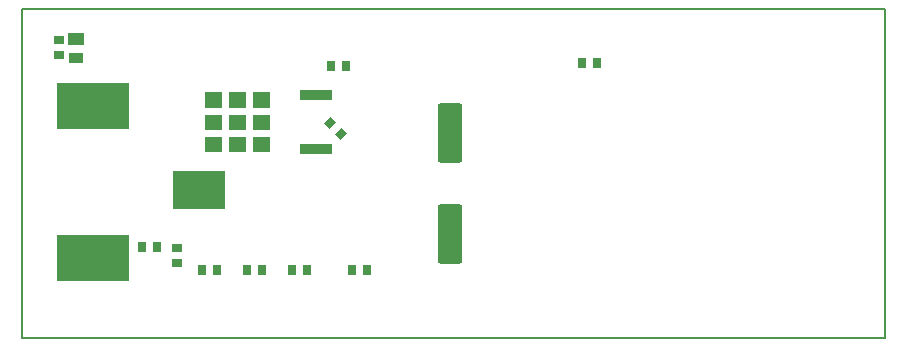
<source format=gtp>
G04 Layer_Color=8421504*
%FSLAX24Y24*%
%MOIN*%
G70*
G01*
G75*
%ADD10R,0.0319X0.0280*%
%ADD11R,0.0512X0.0374*%
%ADD12R,0.0520X0.0386*%
%ADD13R,0.0280X0.0319*%
G04:AMPARAMS|DCode=14|XSize=31.9mil|YSize=28mil|CornerRadius=0mil|HoleSize=0mil|Usage=FLASHONLY|Rotation=45.000|XOffset=0mil|YOffset=0mil|HoleType=Round|Shape=Rectangle|*
%AMROTATEDRECTD14*
4,1,4,-0.0014,-0.0212,-0.0212,-0.0014,0.0014,0.0212,0.0212,0.0014,-0.0014,-0.0212,0.0*
%
%ADD14ROTATEDRECTD14*%

G04:AMPARAMS|DCode=15|XSize=199.2mil|YSize=83.1mil|CornerRadius=10.4mil|HoleSize=0mil|Usage=FLASHONLY|Rotation=270.000|XOffset=0mil|YOffset=0mil|HoleType=Round|Shape=RoundedRectangle|*
%AMROUNDEDRECTD15*
21,1,0.1992,0.0623,0,0,270.0*
21,1,0.1784,0.0831,0,0,270.0*
1,1,0.0208,-0.0312,-0.0892*
1,1,0.0208,-0.0312,0.0892*
1,1,0.0208,0.0312,0.0892*
1,1,0.0208,0.0312,-0.0892*
%
%ADD15ROUNDEDRECTD15*%
%ADD17R,0.1114X0.0382*%
%ADD18R,0.2441X0.1535*%
%ADD19R,0.1732X0.1299*%
%ADD21C,0.0050*%
G36*
X18268Y16187D02*
X17693D01*
Y16703D01*
X18268D01*
Y16187D01*
D02*
G37*
G36*
X16669Y16927D02*
X16094D01*
Y17443D01*
X16669D01*
Y16927D01*
D02*
G37*
G36*
Y16187D02*
X16094D01*
Y16703D01*
X16669D01*
Y16187D01*
D02*
G37*
G36*
X17469D02*
X16894D01*
Y16703D01*
X17469D01*
Y16187D01*
D02*
G37*
G36*
Y16927D02*
X16894D01*
Y17443D01*
X17469D01*
Y16927D01*
D02*
G37*
G36*
Y17667D02*
X16894D01*
Y18183D01*
X17469D01*
Y17667D01*
D02*
G37*
G36*
X18268D02*
X17693D01*
Y18183D01*
X18268D01*
Y17667D01*
D02*
G37*
G36*
Y16927D02*
X17693D01*
Y17443D01*
X18268D01*
Y16927D01*
D02*
G37*
G36*
X16669Y17667D02*
X16094D01*
Y18183D01*
X16669D01*
Y17667D01*
D02*
G37*
D10*
X11220Y19427D02*
D03*
Y19935D02*
D03*
X15150Y12500D02*
D03*
Y13008D02*
D03*
D11*
X11772Y19339D02*
D03*
D12*
Y19953D02*
D03*
D13*
X29152Y19154D02*
D03*
X28644D02*
D03*
X15996Y12250D02*
D03*
X16504D02*
D03*
X17496D02*
D03*
X18004D02*
D03*
X19504D02*
D03*
X18996D02*
D03*
X21504D02*
D03*
X20996D02*
D03*
X13996Y13039D02*
D03*
X14504D02*
D03*
X20785Y19055D02*
D03*
X20278D02*
D03*
D14*
X20271Y17150D02*
D03*
X20630Y16791D02*
D03*
D15*
X24256Y16817D02*
D03*
Y13451D02*
D03*
D17*
X19799Y18087D02*
D03*
Y16283D02*
D03*
D18*
X12350Y17732D02*
D03*
Y12654D02*
D03*
D19*
X15874Y14937D02*
D03*
D21*
X38740Y10000D02*
Y20960D01*
X10000Y10000D02*
X38740D01*
X10000Y20960D02*
X38740D01*
X10000Y10000D02*
Y20960D01*
M02*

</source>
